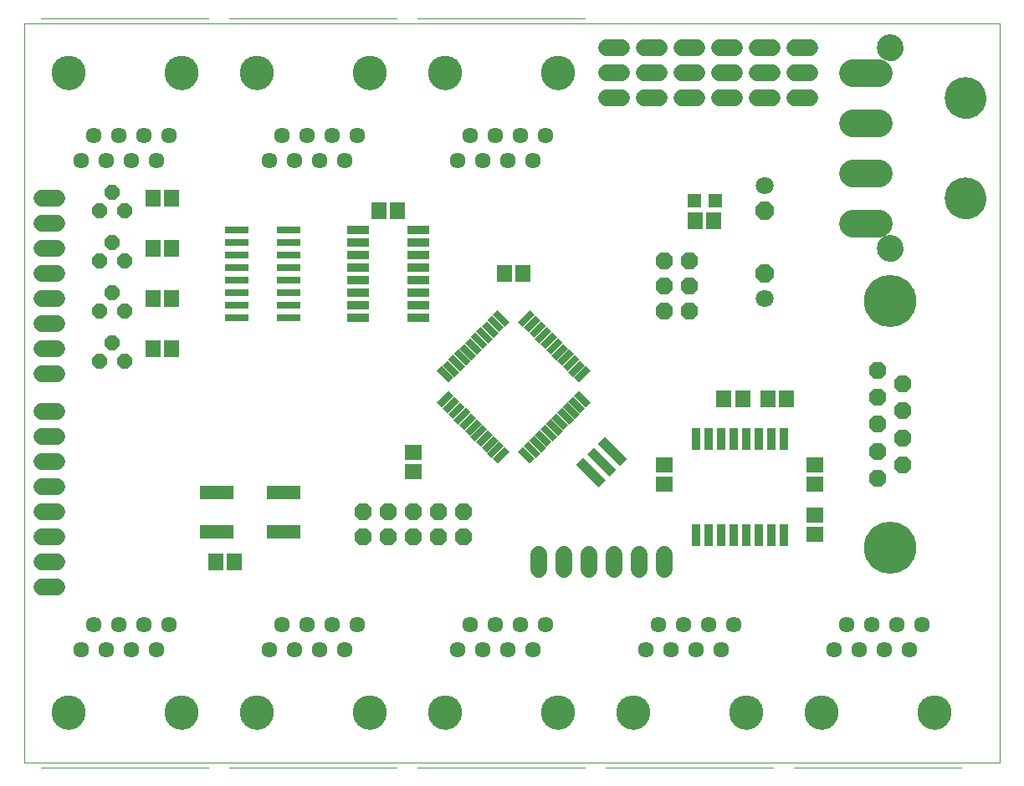
<source format=gts>
G75*
%MOIN*%
%OFA0B0*%
%FSLAX24Y24*%
%IPPOS*%
%LPD*%
%AMOC8*
5,1,8,0,0,1.08239X$1,22.5*
%
%ADD10C,0.0000*%
%ADD11R,0.1261X0.0395*%
%ADD12R,0.0340X0.0880*%
%ADD13R,0.0671X0.0592*%
%ADD14R,0.0592X0.0671*%
%ADD15OC8,0.0680*%
%ADD16C,0.1104*%
%ADD17C,0.1655*%
%ADD18C,0.1064*%
%ADD19R,0.0880X0.0340*%
%ADD20R,0.1340X0.0552*%
%ADD21C,0.0004*%
%ADD22C,0.0634*%
%ADD23C,0.1360*%
%ADD24C,0.2080*%
%ADD25C,0.0680*%
%ADD26OC8,0.0710*%
%ADD27C,0.0710*%
%ADD28R,0.0671X0.0277*%
%ADD29R,0.0277X0.0671*%
%ADD30OC8,0.0600*%
%ADD31R,0.0946X0.0316*%
%ADD32R,0.0552X0.0552*%
D10*
X000150Y001204D02*
X000150Y030700D01*
X039020Y030700D01*
X039020Y001204D01*
X000150Y001204D01*
X001260Y003204D02*
X001262Y003254D01*
X001268Y003304D01*
X001278Y003353D01*
X001291Y003402D01*
X001309Y003449D01*
X001330Y003495D01*
X001354Y003538D01*
X001382Y003580D01*
X001413Y003620D01*
X001447Y003657D01*
X001484Y003691D01*
X001524Y003722D01*
X001566Y003750D01*
X001609Y003774D01*
X001655Y003795D01*
X001702Y003813D01*
X001751Y003826D01*
X001800Y003836D01*
X001850Y003842D01*
X001900Y003844D01*
X001950Y003842D01*
X002000Y003836D01*
X002049Y003826D01*
X002098Y003813D01*
X002145Y003795D01*
X002191Y003774D01*
X002234Y003750D01*
X002276Y003722D01*
X002316Y003691D01*
X002353Y003657D01*
X002387Y003620D01*
X002418Y003580D01*
X002446Y003538D01*
X002470Y003495D01*
X002491Y003449D01*
X002509Y003402D01*
X002522Y003353D01*
X002532Y003304D01*
X002538Y003254D01*
X002540Y003204D01*
X002538Y003154D01*
X002532Y003104D01*
X002522Y003055D01*
X002509Y003006D01*
X002491Y002959D01*
X002470Y002913D01*
X002446Y002870D01*
X002418Y002828D01*
X002387Y002788D01*
X002353Y002751D01*
X002316Y002717D01*
X002276Y002686D01*
X002234Y002658D01*
X002191Y002634D01*
X002145Y002613D01*
X002098Y002595D01*
X002049Y002582D01*
X002000Y002572D01*
X001950Y002566D01*
X001900Y002564D01*
X001850Y002566D01*
X001800Y002572D01*
X001751Y002582D01*
X001702Y002595D01*
X001655Y002613D01*
X001609Y002634D01*
X001566Y002658D01*
X001524Y002686D01*
X001484Y002717D01*
X001447Y002751D01*
X001413Y002788D01*
X001382Y002828D01*
X001354Y002870D01*
X001330Y002913D01*
X001309Y002959D01*
X001291Y003006D01*
X001278Y003055D01*
X001268Y003104D01*
X001262Y003154D01*
X001260Y003204D01*
X005760Y003204D02*
X005762Y003254D01*
X005768Y003304D01*
X005778Y003353D01*
X005791Y003402D01*
X005809Y003449D01*
X005830Y003495D01*
X005854Y003538D01*
X005882Y003580D01*
X005913Y003620D01*
X005947Y003657D01*
X005984Y003691D01*
X006024Y003722D01*
X006066Y003750D01*
X006109Y003774D01*
X006155Y003795D01*
X006202Y003813D01*
X006251Y003826D01*
X006300Y003836D01*
X006350Y003842D01*
X006400Y003844D01*
X006450Y003842D01*
X006500Y003836D01*
X006549Y003826D01*
X006598Y003813D01*
X006645Y003795D01*
X006691Y003774D01*
X006734Y003750D01*
X006776Y003722D01*
X006816Y003691D01*
X006853Y003657D01*
X006887Y003620D01*
X006918Y003580D01*
X006946Y003538D01*
X006970Y003495D01*
X006991Y003449D01*
X007009Y003402D01*
X007022Y003353D01*
X007032Y003304D01*
X007038Y003254D01*
X007040Y003204D01*
X007038Y003154D01*
X007032Y003104D01*
X007022Y003055D01*
X007009Y003006D01*
X006991Y002959D01*
X006970Y002913D01*
X006946Y002870D01*
X006918Y002828D01*
X006887Y002788D01*
X006853Y002751D01*
X006816Y002717D01*
X006776Y002686D01*
X006734Y002658D01*
X006691Y002634D01*
X006645Y002613D01*
X006598Y002595D01*
X006549Y002582D01*
X006500Y002572D01*
X006450Y002566D01*
X006400Y002564D01*
X006350Y002566D01*
X006300Y002572D01*
X006251Y002582D01*
X006202Y002595D01*
X006155Y002613D01*
X006109Y002634D01*
X006066Y002658D01*
X006024Y002686D01*
X005984Y002717D01*
X005947Y002751D01*
X005913Y002788D01*
X005882Y002828D01*
X005854Y002870D01*
X005830Y002913D01*
X005809Y002959D01*
X005791Y003006D01*
X005778Y003055D01*
X005768Y003104D01*
X005762Y003154D01*
X005760Y003204D01*
X008760Y003204D02*
X008762Y003254D01*
X008768Y003304D01*
X008778Y003353D01*
X008791Y003402D01*
X008809Y003449D01*
X008830Y003495D01*
X008854Y003538D01*
X008882Y003580D01*
X008913Y003620D01*
X008947Y003657D01*
X008984Y003691D01*
X009024Y003722D01*
X009066Y003750D01*
X009109Y003774D01*
X009155Y003795D01*
X009202Y003813D01*
X009251Y003826D01*
X009300Y003836D01*
X009350Y003842D01*
X009400Y003844D01*
X009450Y003842D01*
X009500Y003836D01*
X009549Y003826D01*
X009598Y003813D01*
X009645Y003795D01*
X009691Y003774D01*
X009734Y003750D01*
X009776Y003722D01*
X009816Y003691D01*
X009853Y003657D01*
X009887Y003620D01*
X009918Y003580D01*
X009946Y003538D01*
X009970Y003495D01*
X009991Y003449D01*
X010009Y003402D01*
X010022Y003353D01*
X010032Y003304D01*
X010038Y003254D01*
X010040Y003204D01*
X010038Y003154D01*
X010032Y003104D01*
X010022Y003055D01*
X010009Y003006D01*
X009991Y002959D01*
X009970Y002913D01*
X009946Y002870D01*
X009918Y002828D01*
X009887Y002788D01*
X009853Y002751D01*
X009816Y002717D01*
X009776Y002686D01*
X009734Y002658D01*
X009691Y002634D01*
X009645Y002613D01*
X009598Y002595D01*
X009549Y002582D01*
X009500Y002572D01*
X009450Y002566D01*
X009400Y002564D01*
X009350Y002566D01*
X009300Y002572D01*
X009251Y002582D01*
X009202Y002595D01*
X009155Y002613D01*
X009109Y002634D01*
X009066Y002658D01*
X009024Y002686D01*
X008984Y002717D01*
X008947Y002751D01*
X008913Y002788D01*
X008882Y002828D01*
X008854Y002870D01*
X008830Y002913D01*
X008809Y002959D01*
X008791Y003006D01*
X008778Y003055D01*
X008768Y003104D01*
X008762Y003154D01*
X008760Y003204D01*
X013260Y003204D02*
X013262Y003254D01*
X013268Y003304D01*
X013278Y003353D01*
X013291Y003402D01*
X013309Y003449D01*
X013330Y003495D01*
X013354Y003538D01*
X013382Y003580D01*
X013413Y003620D01*
X013447Y003657D01*
X013484Y003691D01*
X013524Y003722D01*
X013566Y003750D01*
X013609Y003774D01*
X013655Y003795D01*
X013702Y003813D01*
X013751Y003826D01*
X013800Y003836D01*
X013850Y003842D01*
X013900Y003844D01*
X013950Y003842D01*
X014000Y003836D01*
X014049Y003826D01*
X014098Y003813D01*
X014145Y003795D01*
X014191Y003774D01*
X014234Y003750D01*
X014276Y003722D01*
X014316Y003691D01*
X014353Y003657D01*
X014387Y003620D01*
X014418Y003580D01*
X014446Y003538D01*
X014470Y003495D01*
X014491Y003449D01*
X014509Y003402D01*
X014522Y003353D01*
X014532Y003304D01*
X014538Y003254D01*
X014540Y003204D01*
X014538Y003154D01*
X014532Y003104D01*
X014522Y003055D01*
X014509Y003006D01*
X014491Y002959D01*
X014470Y002913D01*
X014446Y002870D01*
X014418Y002828D01*
X014387Y002788D01*
X014353Y002751D01*
X014316Y002717D01*
X014276Y002686D01*
X014234Y002658D01*
X014191Y002634D01*
X014145Y002613D01*
X014098Y002595D01*
X014049Y002582D01*
X014000Y002572D01*
X013950Y002566D01*
X013900Y002564D01*
X013850Y002566D01*
X013800Y002572D01*
X013751Y002582D01*
X013702Y002595D01*
X013655Y002613D01*
X013609Y002634D01*
X013566Y002658D01*
X013524Y002686D01*
X013484Y002717D01*
X013447Y002751D01*
X013413Y002788D01*
X013382Y002828D01*
X013354Y002870D01*
X013330Y002913D01*
X013309Y002959D01*
X013291Y003006D01*
X013278Y003055D01*
X013268Y003104D01*
X013262Y003154D01*
X013260Y003204D01*
X016260Y003204D02*
X016262Y003254D01*
X016268Y003304D01*
X016278Y003353D01*
X016291Y003402D01*
X016309Y003449D01*
X016330Y003495D01*
X016354Y003538D01*
X016382Y003580D01*
X016413Y003620D01*
X016447Y003657D01*
X016484Y003691D01*
X016524Y003722D01*
X016566Y003750D01*
X016609Y003774D01*
X016655Y003795D01*
X016702Y003813D01*
X016751Y003826D01*
X016800Y003836D01*
X016850Y003842D01*
X016900Y003844D01*
X016950Y003842D01*
X017000Y003836D01*
X017049Y003826D01*
X017098Y003813D01*
X017145Y003795D01*
X017191Y003774D01*
X017234Y003750D01*
X017276Y003722D01*
X017316Y003691D01*
X017353Y003657D01*
X017387Y003620D01*
X017418Y003580D01*
X017446Y003538D01*
X017470Y003495D01*
X017491Y003449D01*
X017509Y003402D01*
X017522Y003353D01*
X017532Y003304D01*
X017538Y003254D01*
X017540Y003204D01*
X017538Y003154D01*
X017532Y003104D01*
X017522Y003055D01*
X017509Y003006D01*
X017491Y002959D01*
X017470Y002913D01*
X017446Y002870D01*
X017418Y002828D01*
X017387Y002788D01*
X017353Y002751D01*
X017316Y002717D01*
X017276Y002686D01*
X017234Y002658D01*
X017191Y002634D01*
X017145Y002613D01*
X017098Y002595D01*
X017049Y002582D01*
X017000Y002572D01*
X016950Y002566D01*
X016900Y002564D01*
X016850Y002566D01*
X016800Y002572D01*
X016751Y002582D01*
X016702Y002595D01*
X016655Y002613D01*
X016609Y002634D01*
X016566Y002658D01*
X016524Y002686D01*
X016484Y002717D01*
X016447Y002751D01*
X016413Y002788D01*
X016382Y002828D01*
X016354Y002870D01*
X016330Y002913D01*
X016309Y002959D01*
X016291Y003006D01*
X016278Y003055D01*
X016268Y003104D01*
X016262Y003154D01*
X016260Y003204D01*
X020760Y003204D02*
X020762Y003254D01*
X020768Y003304D01*
X020778Y003353D01*
X020791Y003402D01*
X020809Y003449D01*
X020830Y003495D01*
X020854Y003538D01*
X020882Y003580D01*
X020913Y003620D01*
X020947Y003657D01*
X020984Y003691D01*
X021024Y003722D01*
X021066Y003750D01*
X021109Y003774D01*
X021155Y003795D01*
X021202Y003813D01*
X021251Y003826D01*
X021300Y003836D01*
X021350Y003842D01*
X021400Y003844D01*
X021450Y003842D01*
X021500Y003836D01*
X021549Y003826D01*
X021598Y003813D01*
X021645Y003795D01*
X021691Y003774D01*
X021734Y003750D01*
X021776Y003722D01*
X021816Y003691D01*
X021853Y003657D01*
X021887Y003620D01*
X021918Y003580D01*
X021946Y003538D01*
X021970Y003495D01*
X021991Y003449D01*
X022009Y003402D01*
X022022Y003353D01*
X022032Y003304D01*
X022038Y003254D01*
X022040Y003204D01*
X022038Y003154D01*
X022032Y003104D01*
X022022Y003055D01*
X022009Y003006D01*
X021991Y002959D01*
X021970Y002913D01*
X021946Y002870D01*
X021918Y002828D01*
X021887Y002788D01*
X021853Y002751D01*
X021816Y002717D01*
X021776Y002686D01*
X021734Y002658D01*
X021691Y002634D01*
X021645Y002613D01*
X021598Y002595D01*
X021549Y002582D01*
X021500Y002572D01*
X021450Y002566D01*
X021400Y002564D01*
X021350Y002566D01*
X021300Y002572D01*
X021251Y002582D01*
X021202Y002595D01*
X021155Y002613D01*
X021109Y002634D01*
X021066Y002658D01*
X021024Y002686D01*
X020984Y002717D01*
X020947Y002751D01*
X020913Y002788D01*
X020882Y002828D01*
X020854Y002870D01*
X020830Y002913D01*
X020809Y002959D01*
X020791Y003006D01*
X020778Y003055D01*
X020768Y003104D01*
X020762Y003154D01*
X020760Y003204D01*
X023760Y003204D02*
X023762Y003254D01*
X023768Y003304D01*
X023778Y003353D01*
X023791Y003402D01*
X023809Y003449D01*
X023830Y003495D01*
X023854Y003538D01*
X023882Y003580D01*
X023913Y003620D01*
X023947Y003657D01*
X023984Y003691D01*
X024024Y003722D01*
X024066Y003750D01*
X024109Y003774D01*
X024155Y003795D01*
X024202Y003813D01*
X024251Y003826D01*
X024300Y003836D01*
X024350Y003842D01*
X024400Y003844D01*
X024450Y003842D01*
X024500Y003836D01*
X024549Y003826D01*
X024598Y003813D01*
X024645Y003795D01*
X024691Y003774D01*
X024734Y003750D01*
X024776Y003722D01*
X024816Y003691D01*
X024853Y003657D01*
X024887Y003620D01*
X024918Y003580D01*
X024946Y003538D01*
X024970Y003495D01*
X024991Y003449D01*
X025009Y003402D01*
X025022Y003353D01*
X025032Y003304D01*
X025038Y003254D01*
X025040Y003204D01*
X025038Y003154D01*
X025032Y003104D01*
X025022Y003055D01*
X025009Y003006D01*
X024991Y002959D01*
X024970Y002913D01*
X024946Y002870D01*
X024918Y002828D01*
X024887Y002788D01*
X024853Y002751D01*
X024816Y002717D01*
X024776Y002686D01*
X024734Y002658D01*
X024691Y002634D01*
X024645Y002613D01*
X024598Y002595D01*
X024549Y002582D01*
X024500Y002572D01*
X024450Y002566D01*
X024400Y002564D01*
X024350Y002566D01*
X024300Y002572D01*
X024251Y002582D01*
X024202Y002595D01*
X024155Y002613D01*
X024109Y002634D01*
X024066Y002658D01*
X024024Y002686D01*
X023984Y002717D01*
X023947Y002751D01*
X023913Y002788D01*
X023882Y002828D01*
X023854Y002870D01*
X023830Y002913D01*
X023809Y002959D01*
X023791Y003006D01*
X023778Y003055D01*
X023768Y003104D01*
X023762Y003154D01*
X023760Y003204D01*
X028260Y003204D02*
X028262Y003254D01*
X028268Y003304D01*
X028278Y003353D01*
X028291Y003402D01*
X028309Y003449D01*
X028330Y003495D01*
X028354Y003538D01*
X028382Y003580D01*
X028413Y003620D01*
X028447Y003657D01*
X028484Y003691D01*
X028524Y003722D01*
X028566Y003750D01*
X028609Y003774D01*
X028655Y003795D01*
X028702Y003813D01*
X028751Y003826D01*
X028800Y003836D01*
X028850Y003842D01*
X028900Y003844D01*
X028950Y003842D01*
X029000Y003836D01*
X029049Y003826D01*
X029098Y003813D01*
X029145Y003795D01*
X029191Y003774D01*
X029234Y003750D01*
X029276Y003722D01*
X029316Y003691D01*
X029353Y003657D01*
X029387Y003620D01*
X029418Y003580D01*
X029446Y003538D01*
X029470Y003495D01*
X029491Y003449D01*
X029509Y003402D01*
X029522Y003353D01*
X029532Y003304D01*
X029538Y003254D01*
X029540Y003204D01*
X029538Y003154D01*
X029532Y003104D01*
X029522Y003055D01*
X029509Y003006D01*
X029491Y002959D01*
X029470Y002913D01*
X029446Y002870D01*
X029418Y002828D01*
X029387Y002788D01*
X029353Y002751D01*
X029316Y002717D01*
X029276Y002686D01*
X029234Y002658D01*
X029191Y002634D01*
X029145Y002613D01*
X029098Y002595D01*
X029049Y002582D01*
X029000Y002572D01*
X028950Y002566D01*
X028900Y002564D01*
X028850Y002566D01*
X028800Y002572D01*
X028751Y002582D01*
X028702Y002595D01*
X028655Y002613D01*
X028609Y002634D01*
X028566Y002658D01*
X028524Y002686D01*
X028484Y002717D01*
X028447Y002751D01*
X028413Y002788D01*
X028382Y002828D01*
X028354Y002870D01*
X028330Y002913D01*
X028309Y002959D01*
X028291Y003006D01*
X028278Y003055D01*
X028268Y003104D01*
X028262Y003154D01*
X028260Y003204D01*
X031260Y003204D02*
X031262Y003254D01*
X031268Y003304D01*
X031278Y003353D01*
X031291Y003402D01*
X031309Y003449D01*
X031330Y003495D01*
X031354Y003538D01*
X031382Y003580D01*
X031413Y003620D01*
X031447Y003657D01*
X031484Y003691D01*
X031524Y003722D01*
X031566Y003750D01*
X031609Y003774D01*
X031655Y003795D01*
X031702Y003813D01*
X031751Y003826D01*
X031800Y003836D01*
X031850Y003842D01*
X031900Y003844D01*
X031950Y003842D01*
X032000Y003836D01*
X032049Y003826D01*
X032098Y003813D01*
X032145Y003795D01*
X032191Y003774D01*
X032234Y003750D01*
X032276Y003722D01*
X032316Y003691D01*
X032353Y003657D01*
X032387Y003620D01*
X032418Y003580D01*
X032446Y003538D01*
X032470Y003495D01*
X032491Y003449D01*
X032509Y003402D01*
X032522Y003353D01*
X032532Y003304D01*
X032538Y003254D01*
X032540Y003204D01*
X032538Y003154D01*
X032532Y003104D01*
X032522Y003055D01*
X032509Y003006D01*
X032491Y002959D01*
X032470Y002913D01*
X032446Y002870D01*
X032418Y002828D01*
X032387Y002788D01*
X032353Y002751D01*
X032316Y002717D01*
X032276Y002686D01*
X032234Y002658D01*
X032191Y002634D01*
X032145Y002613D01*
X032098Y002595D01*
X032049Y002582D01*
X032000Y002572D01*
X031950Y002566D01*
X031900Y002564D01*
X031850Y002566D01*
X031800Y002572D01*
X031751Y002582D01*
X031702Y002595D01*
X031655Y002613D01*
X031609Y002634D01*
X031566Y002658D01*
X031524Y002686D01*
X031484Y002717D01*
X031447Y002751D01*
X031413Y002788D01*
X031382Y002828D01*
X031354Y002870D01*
X031330Y002913D01*
X031309Y002959D01*
X031291Y003006D01*
X031278Y003055D01*
X031268Y003104D01*
X031262Y003154D01*
X031260Y003204D01*
X035760Y003204D02*
X035762Y003254D01*
X035768Y003304D01*
X035778Y003353D01*
X035791Y003402D01*
X035809Y003449D01*
X035830Y003495D01*
X035854Y003538D01*
X035882Y003580D01*
X035913Y003620D01*
X035947Y003657D01*
X035984Y003691D01*
X036024Y003722D01*
X036066Y003750D01*
X036109Y003774D01*
X036155Y003795D01*
X036202Y003813D01*
X036251Y003826D01*
X036300Y003836D01*
X036350Y003842D01*
X036400Y003844D01*
X036450Y003842D01*
X036500Y003836D01*
X036549Y003826D01*
X036598Y003813D01*
X036645Y003795D01*
X036691Y003774D01*
X036734Y003750D01*
X036776Y003722D01*
X036816Y003691D01*
X036853Y003657D01*
X036887Y003620D01*
X036918Y003580D01*
X036946Y003538D01*
X036970Y003495D01*
X036991Y003449D01*
X037009Y003402D01*
X037022Y003353D01*
X037032Y003304D01*
X037038Y003254D01*
X037040Y003204D01*
X037038Y003154D01*
X037032Y003104D01*
X037022Y003055D01*
X037009Y003006D01*
X036991Y002959D01*
X036970Y002913D01*
X036946Y002870D01*
X036918Y002828D01*
X036887Y002788D01*
X036853Y002751D01*
X036816Y002717D01*
X036776Y002686D01*
X036734Y002658D01*
X036691Y002634D01*
X036645Y002613D01*
X036598Y002595D01*
X036549Y002582D01*
X036500Y002572D01*
X036450Y002566D01*
X036400Y002564D01*
X036350Y002566D01*
X036300Y002572D01*
X036251Y002582D01*
X036202Y002595D01*
X036155Y002613D01*
X036109Y002634D01*
X036066Y002658D01*
X036024Y002686D01*
X035984Y002717D01*
X035947Y002751D01*
X035913Y002788D01*
X035882Y002828D01*
X035854Y002870D01*
X035830Y002913D01*
X035809Y002959D01*
X035791Y003006D01*
X035778Y003055D01*
X035768Y003104D01*
X035762Y003154D01*
X035760Y003204D01*
X034158Y021704D02*
X034160Y021748D01*
X034166Y021792D01*
X034176Y021835D01*
X034189Y021877D01*
X034207Y021917D01*
X034228Y021956D01*
X034252Y021993D01*
X034279Y022028D01*
X034310Y022060D01*
X034343Y022089D01*
X034379Y022115D01*
X034417Y022137D01*
X034457Y022156D01*
X034498Y022172D01*
X034541Y022184D01*
X034584Y022192D01*
X034628Y022196D01*
X034672Y022196D01*
X034716Y022192D01*
X034759Y022184D01*
X034802Y022172D01*
X034843Y022156D01*
X034883Y022137D01*
X034921Y022115D01*
X034957Y022089D01*
X034990Y022060D01*
X035021Y022028D01*
X035048Y021993D01*
X035072Y021956D01*
X035093Y021917D01*
X035111Y021877D01*
X035124Y021835D01*
X035134Y021792D01*
X035140Y021748D01*
X035142Y021704D01*
X035140Y021660D01*
X035134Y021616D01*
X035124Y021573D01*
X035111Y021531D01*
X035093Y021491D01*
X035072Y021452D01*
X035048Y021415D01*
X035021Y021380D01*
X034990Y021348D01*
X034957Y021319D01*
X034921Y021293D01*
X034883Y021271D01*
X034843Y021252D01*
X034802Y021236D01*
X034759Y021224D01*
X034716Y021216D01*
X034672Y021212D01*
X034628Y021212D01*
X034584Y021216D01*
X034541Y021224D01*
X034498Y021236D01*
X034457Y021252D01*
X034417Y021271D01*
X034379Y021293D01*
X034343Y021319D01*
X034310Y021348D01*
X034279Y021380D01*
X034252Y021415D01*
X034228Y021452D01*
X034207Y021491D01*
X034189Y021531D01*
X034176Y021573D01*
X034166Y021616D01*
X034160Y021660D01*
X034158Y021704D01*
X036863Y023704D02*
X036865Y023760D01*
X036871Y023815D01*
X036881Y023869D01*
X036894Y023923D01*
X036912Y023976D01*
X036933Y024027D01*
X036957Y024077D01*
X036985Y024125D01*
X037017Y024171D01*
X037051Y024215D01*
X037089Y024256D01*
X037129Y024294D01*
X037172Y024329D01*
X037217Y024361D01*
X037265Y024390D01*
X037314Y024416D01*
X037365Y024438D01*
X037417Y024456D01*
X037471Y024470D01*
X037526Y024481D01*
X037581Y024488D01*
X037636Y024491D01*
X037692Y024490D01*
X037747Y024485D01*
X037802Y024476D01*
X037856Y024464D01*
X037909Y024447D01*
X037961Y024427D01*
X038011Y024403D01*
X038059Y024376D01*
X038106Y024346D01*
X038150Y024312D01*
X038192Y024275D01*
X038230Y024235D01*
X038267Y024193D01*
X038300Y024148D01*
X038329Y024102D01*
X038356Y024053D01*
X038378Y024002D01*
X038398Y023950D01*
X038413Y023896D01*
X038425Y023842D01*
X038433Y023787D01*
X038437Y023732D01*
X038437Y023676D01*
X038433Y023621D01*
X038425Y023566D01*
X038413Y023512D01*
X038398Y023458D01*
X038378Y023406D01*
X038356Y023355D01*
X038329Y023306D01*
X038300Y023260D01*
X038267Y023215D01*
X038230Y023173D01*
X038192Y023133D01*
X038150Y023096D01*
X038106Y023062D01*
X038059Y023032D01*
X038011Y023005D01*
X037961Y022981D01*
X037909Y022961D01*
X037856Y022944D01*
X037802Y022932D01*
X037747Y022923D01*
X037692Y022918D01*
X037636Y022917D01*
X037581Y022920D01*
X037526Y022927D01*
X037471Y022938D01*
X037417Y022952D01*
X037365Y022970D01*
X037314Y022992D01*
X037265Y023018D01*
X037217Y023047D01*
X037172Y023079D01*
X037129Y023114D01*
X037089Y023152D01*
X037051Y023193D01*
X037017Y023237D01*
X036985Y023283D01*
X036957Y023331D01*
X036933Y023381D01*
X036912Y023432D01*
X036894Y023485D01*
X036881Y023539D01*
X036871Y023593D01*
X036865Y023648D01*
X036863Y023704D01*
X036863Y027704D02*
X036865Y027760D01*
X036871Y027815D01*
X036881Y027869D01*
X036894Y027923D01*
X036912Y027976D01*
X036933Y028027D01*
X036957Y028077D01*
X036985Y028125D01*
X037017Y028171D01*
X037051Y028215D01*
X037089Y028256D01*
X037129Y028294D01*
X037172Y028329D01*
X037217Y028361D01*
X037265Y028390D01*
X037314Y028416D01*
X037365Y028438D01*
X037417Y028456D01*
X037471Y028470D01*
X037526Y028481D01*
X037581Y028488D01*
X037636Y028491D01*
X037692Y028490D01*
X037747Y028485D01*
X037802Y028476D01*
X037856Y028464D01*
X037909Y028447D01*
X037961Y028427D01*
X038011Y028403D01*
X038059Y028376D01*
X038106Y028346D01*
X038150Y028312D01*
X038192Y028275D01*
X038230Y028235D01*
X038267Y028193D01*
X038300Y028148D01*
X038329Y028102D01*
X038356Y028053D01*
X038378Y028002D01*
X038398Y027950D01*
X038413Y027896D01*
X038425Y027842D01*
X038433Y027787D01*
X038437Y027732D01*
X038437Y027676D01*
X038433Y027621D01*
X038425Y027566D01*
X038413Y027512D01*
X038398Y027458D01*
X038378Y027406D01*
X038356Y027355D01*
X038329Y027306D01*
X038300Y027260D01*
X038267Y027215D01*
X038230Y027173D01*
X038192Y027133D01*
X038150Y027096D01*
X038106Y027062D01*
X038059Y027032D01*
X038011Y027005D01*
X037961Y026981D01*
X037909Y026961D01*
X037856Y026944D01*
X037802Y026932D01*
X037747Y026923D01*
X037692Y026918D01*
X037636Y026917D01*
X037581Y026920D01*
X037526Y026927D01*
X037471Y026938D01*
X037417Y026952D01*
X037365Y026970D01*
X037314Y026992D01*
X037265Y027018D01*
X037217Y027047D01*
X037172Y027079D01*
X037129Y027114D01*
X037089Y027152D01*
X037051Y027193D01*
X037017Y027237D01*
X036985Y027283D01*
X036957Y027331D01*
X036933Y027381D01*
X036912Y027432D01*
X036894Y027485D01*
X036881Y027539D01*
X036871Y027593D01*
X036865Y027648D01*
X036863Y027704D01*
X034158Y029704D02*
X034160Y029748D01*
X034166Y029792D01*
X034176Y029835D01*
X034189Y029877D01*
X034207Y029917D01*
X034228Y029956D01*
X034252Y029993D01*
X034279Y030028D01*
X034310Y030060D01*
X034343Y030089D01*
X034379Y030115D01*
X034417Y030137D01*
X034457Y030156D01*
X034498Y030172D01*
X034541Y030184D01*
X034584Y030192D01*
X034628Y030196D01*
X034672Y030196D01*
X034716Y030192D01*
X034759Y030184D01*
X034802Y030172D01*
X034843Y030156D01*
X034883Y030137D01*
X034921Y030115D01*
X034957Y030089D01*
X034990Y030060D01*
X035021Y030028D01*
X035048Y029993D01*
X035072Y029956D01*
X035093Y029917D01*
X035111Y029877D01*
X035124Y029835D01*
X035134Y029792D01*
X035140Y029748D01*
X035142Y029704D01*
X035140Y029660D01*
X035134Y029616D01*
X035124Y029573D01*
X035111Y029531D01*
X035093Y029491D01*
X035072Y029452D01*
X035048Y029415D01*
X035021Y029380D01*
X034990Y029348D01*
X034957Y029319D01*
X034921Y029293D01*
X034883Y029271D01*
X034843Y029252D01*
X034802Y029236D01*
X034759Y029224D01*
X034716Y029216D01*
X034672Y029212D01*
X034628Y029212D01*
X034584Y029216D01*
X034541Y029224D01*
X034498Y029236D01*
X034457Y029252D01*
X034417Y029271D01*
X034379Y029293D01*
X034343Y029319D01*
X034310Y029348D01*
X034279Y029380D01*
X034252Y029415D01*
X034228Y029452D01*
X034207Y029491D01*
X034189Y029531D01*
X034176Y029573D01*
X034166Y029616D01*
X034160Y029660D01*
X034158Y029704D01*
X020760Y028704D02*
X020762Y028754D01*
X020768Y028804D01*
X020778Y028853D01*
X020791Y028902D01*
X020809Y028949D01*
X020830Y028995D01*
X020854Y029038D01*
X020882Y029080D01*
X020913Y029120D01*
X020947Y029157D01*
X020984Y029191D01*
X021024Y029222D01*
X021066Y029250D01*
X021109Y029274D01*
X021155Y029295D01*
X021202Y029313D01*
X021251Y029326D01*
X021300Y029336D01*
X021350Y029342D01*
X021400Y029344D01*
X021450Y029342D01*
X021500Y029336D01*
X021549Y029326D01*
X021598Y029313D01*
X021645Y029295D01*
X021691Y029274D01*
X021734Y029250D01*
X021776Y029222D01*
X021816Y029191D01*
X021853Y029157D01*
X021887Y029120D01*
X021918Y029080D01*
X021946Y029038D01*
X021970Y028995D01*
X021991Y028949D01*
X022009Y028902D01*
X022022Y028853D01*
X022032Y028804D01*
X022038Y028754D01*
X022040Y028704D01*
X022038Y028654D01*
X022032Y028604D01*
X022022Y028555D01*
X022009Y028506D01*
X021991Y028459D01*
X021970Y028413D01*
X021946Y028370D01*
X021918Y028328D01*
X021887Y028288D01*
X021853Y028251D01*
X021816Y028217D01*
X021776Y028186D01*
X021734Y028158D01*
X021691Y028134D01*
X021645Y028113D01*
X021598Y028095D01*
X021549Y028082D01*
X021500Y028072D01*
X021450Y028066D01*
X021400Y028064D01*
X021350Y028066D01*
X021300Y028072D01*
X021251Y028082D01*
X021202Y028095D01*
X021155Y028113D01*
X021109Y028134D01*
X021066Y028158D01*
X021024Y028186D01*
X020984Y028217D01*
X020947Y028251D01*
X020913Y028288D01*
X020882Y028328D01*
X020854Y028370D01*
X020830Y028413D01*
X020809Y028459D01*
X020791Y028506D01*
X020778Y028555D01*
X020768Y028604D01*
X020762Y028654D01*
X020760Y028704D01*
X016260Y028704D02*
X016262Y028754D01*
X016268Y028804D01*
X016278Y028853D01*
X016291Y028902D01*
X016309Y028949D01*
X016330Y028995D01*
X016354Y029038D01*
X016382Y029080D01*
X016413Y029120D01*
X016447Y029157D01*
X016484Y029191D01*
X016524Y029222D01*
X016566Y029250D01*
X016609Y029274D01*
X016655Y029295D01*
X016702Y029313D01*
X016751Y029326D01*
X016800Y029336D01*
X016850Y029342D01*
X016900Y029344D01*
X016950Y029342D01*
X017000Y029336D01*
X017049Y029326D01*
X017098Y029313D01*
X017145Y029295D01*
X017191Y029274D01*
X017234Y029250D01*
X017276Y029222D01*
X017316Y029191D01*
X017353Y029157D01*
X017387Y029120D01*
X017418Y029080D01*
X017446Y029038D01*
X017470Y028995D01*
X017491Y028949D01*
X017509Y028902D01*
X017522Y028853D01*
X017532Y028804D01*
X017538Y028754D01*
X017540Y028704D01*
X017538Y028654D01*
X017532Y028604D01*
X017522Y028555D01*
X017509Y028506D01*
X017491Y028459D01*
X017470Y028413D01*
X017446Y028370D01*
X017418Y028328D01*
X017387Y028288D01*
X017353Y028251D01*
X017316Y028217D01*
X017276Y028186D01*
X017234Y028158D01*
X017191Y028134D01*
X017145Y028113D01*
X017098Y028095D01*
X017049Y028082D01*
X017000Y028072D01*
X016950Y028066D01*
X016900Y028064D01*
X016850Y028066D01*
X016800Y028072D01*
X016751Y028082D01*
X016702Y028095D01*
X016655Y028113D01*
X016609Y028134D01*
X016566Y028158D01*
X016524Y028186D01*
X016484Y028217D01*
X016447Y028251D01*
X016413Y028288D01*
X016382Y028328D01*
X016354Y028370D01*
X016330Y028413D01*
X016309Y028459D01*
X016291Y028506D01*
X016278Y028555D01*
X016268Y028604D01*
X016262Y028654D01*
X016260Y028704D01*
X013260Y028704D02*
X013262Y028754D01*
X013268Y028804D01*
X013278Y028853D01*
X013291Y028902D01*
X013309Y028949D01*
X013330Y028995D01*
X013354Y029038D01*
X013382Y029080D01*
X013413Y029120D01*
X013447Y029157D01*
X013484Y029191D01*
X013524Y029222D01*
X013566Y029250D01*
X013609Y029274D01*
X013655Y029295D01*
X013702Y029313D01*
X013751Y029326D01*
X013800Y029336D01*
X013850Y029342D01*
X013900Y029344D01*
X013950Y029342D01*
X014000Y029336D01*
X014049Y029326D01*
X014098Y029313D01*
X014145Y029295D01*
X014191Y029274D01*
X014234Y029250D01*
X014276Y029222D01*
X014316Y029191D01*
X014353Y029157D01*
X014387Y029120D01*
X014418Y029080D01*
X014446Y029038D01*
X014470Y028995D01*
X014491Y028949D01*
X014509Y028902D01*
X014522Y028853D01*
X014532Y028804D01*
X014538Y028754D01*
X014540Y028704D01*
X014538Y028654D01*
X014532Y028604D01*
X014522Y028555D01*
X014509Y028506D01*
X014491Y028459D01*
X014470Y028413D01*
X014446Y028370D01*
X014418Y028328D01*
X014387Y028288D01*
X014353Y028251D01*
X014316Y028217D01*
X014276Y028186D01*
X014234Y028158D01*
X014191Y028134D01*
X014145Y028113D01*
X014098Y028095D01*
X014049Y028082D01*
X014000Y028072D01*
X013950Y028066D01*
X013900Y028064D01*
X013850Y028066D01*
X013800Y028072D01*
X013751Y028082D01*
X013702Y028095D01*
X013655Y028113D01*
X013609Y028134D01*
X013566Y028158D01*
X013524Y028186D01*
X013484Y028217D01*
X013447Y028251D01*
X013413Y028288D01*
X013382Y028328D01*
X013354Y028370D01*
X013330Y028413D01*
X013309Y028459D01*
X013291Y028506D01*
X013278Y028555D01*
X013268Y028604D01*
X013262Y028654D01*
X013260Y028704D01*
X008760Y028704D02*
X008762Y028754D01*
X008768Y028804D01*
X008778Y028853D01*
X008791Y028902D01*
X008809Y028949D01*
X008830Y028995D01*
X008854Y029038D01*
X008882Y029080D01*
X008913Y029120D01*
X008947Y029157D01*
X008984Y029191D01*
X009024Y029222D01*
X009066Y029250D01*
X009109Y029274D01*
X009155Y029295D01*
X009202Y029313D01*
X009251Y029326D01*
X009300Y029336D01*
X009350Y029342D01*
X009400Y029344D01*
X009450Y029342D01*
X009500Y029336D01*
X009549Y029326D01*
X009598Y029313D01*
X009645Y029295D01*
X009691Y029274D01*
X009734Y029250D01*
X009776Y029222D01*
X009816Y029191D01*
X009853Y029157D01*
X009887Y029120D01*
X009918Y029080D01*
X009946Y029038D01*
X009970Y028995D01*
X009991Y028949D01*
X010009Y028902D01*
X010022Y028853D01*
X010032Y028804D01*
X010038Y028754D01*
X010040Y028704D01*
X010038Y028654D01*
X010032Y028604D01*
X010022Y028555D01*
X010009Y028506D01*
X009991Y028459D01*
X009970Y028413D01*
X009946Y028370D01*
X009918Y028328D01*
X009887Y028288D01*
X009853Y028251D01*
X009816Y028217D01*
X009776Y028186D01*
X009734Y028158D01*
X009691Y028134D01*
X009645Y028113D01*
X009598Y028095D01*
X009549Y028082D01*
X009500Y028072D01*
X009450Y028066D01*
X009400Y028064D01*
X009350Y028066D01*
X009300Y028072D01*
X009251Y028082D01*
X009202Y028095D01*
X009155Y028113D01*
X009109Y028134D01*
X009066Y028158D01*
X009024Y028186D01*
X008984Y028217D01*
X008947Y028251D01*
X008913Y028288D01*
X008882Y028328D01*
X008854Y028370D01*
X008830Y028413D01*
X008809Y028459D01*
X008791Y028506D01*
X008778Y028555D01*
X008768Y028604D01*
X008762Y028654D01*
X008760Y028704D01*
X005760Y028704D02*
X005762Y028754D01*
X005768Y028804D01*
X005778Y028853D01*
X005791Y028902D01*
X005809Y028949D01*
X005830Y028995D01*
X005854Y029038D01*
X005882Y029080D01*
X005913Y029120D01*
X005947Y029157D01*
X005984Y029191D01*
X006024Y029222D01*
X006066Y029250D01*
X006109Y029274D01*
X006155Y029295D01*
X006202Y029313D01*
X006251Y029326D01*
X006300Y029336D01*
X006350Y029342D01*
X006400Y029344D01*
X006450Y029342D01*
X006500Y029336D01*
X006549Y029326D01*
X006598Y029313D01*
X006645Y029295D01*
X006691Y029274D01*
X006734Y029250D01*
X006776Y029222D01*
X006816Y029191D01*
X006853Y029157D01*
X006887Y029120D01*
X006918Y029080D01*
X006946Y029038D01*
X006970Y028995D01*
X006991Y028949D01*
X007009Y028902D01*
X007022Y028853D01*
X007032Y028804D01*
X007038Y028754D01*
X007040Y028704D01*
X007038Y028654D01*
X007032Y028604D01*
X007022Y028555D01*
X007009Y028506D01*
X006991Y028459D01*
X006970Y028413D01*
X006946Y028370D01*
X006918Y028328D01*
X006887Y028288D01*
X006853Y028251D01*
X006816Y028217D01*
X006776Y028186D01*
X006734Y028158D01*
X006691Y028134D01*
X006645Y028113D01*
X006598Y028095D01*
X006549Y028082D01*
X006500Y028072D01*
X006450Y028066D01*
X006400Y028064D01*
X006350Y028066D01*
X006300Y028072D01*
X006251Y028082D01*
X006202Y028095D01*
X006155Y028113D01*
X006109Y028134D01*
X006066Y028158D01*
X006024Y028186D01*
X005984Y028217D01*
X005947Y028251D01*
X005913Y028288D01*
X005882Y028328D01*
X005854Y028370D01*
X005830Y028413D01*
X005809Y028459D01*
X005791Y028506D01*
X005778Y028555D01*
X005768Y028604D01*
X005762Y028654D01*
X005760Y028704D01*
X001260Y028704D02*
X001262Y028754D01*
X001268Y028804D01*
X001278Y028853D01*
X001291Y028902D01*
X001309Y028949D01*
X001330Y028995D01*
X001354Y029038D01*
X001382Y029080D01*
X001413Y029120D01*
X001447Y029157D01*
X001484Y029191D01*
X001524Y029222D01*
X001566Y029250D01*
X001609Y029274D01*
X001655Y029295D01*
X001702Y029313D01*
X001751Y029326D01*
X001800Y029336D01*
X001850Y029342D01*
X001900Y029344D01*
X001950Y029342D01*
X002000Y029336D01*
X002049Y029326D01*
X002098Y029313D01*
X002145Y029295D01*
X002191Y029274D01*
X002234Y029250D01*
X002276Y029222D01*
X002316Y029191D01*
X002353Y029157D01*
X002387Y029120D01*
X002418Y029080D01*
X002446Y029038D01*
X002470Y028995D01*
X002491Y028949D01*
X002509Y028902D01*
X002522Y028853D01*
X002532Y028804D01*
X002538Y028754D01*
X002540Y028704D01*
X002538Y028654D01*
X002532Y028604D01*
X002522Y028555D01*
X002509Y028506D01*
X002491Y028459D01*
X002470Y028413D01*
X002446Y028370D01*
X002418Y028328D01*
X002387Y028288D01*
X002353Y028251D01*
X002316Y028217D01*
X002276Y028186D01*
X002234Y028158D01*
X002191Y028134D01*
X002145Y028113D01*
X002098Y028095D01*
X002049Y028082D01*
X002000Y028072D01*
X001950Y028066D01*
X001900Y028064D01*
X001850Y028066D01*
X001800Y028072D01*
X001751Y028082D01*
X001702Y028095D01*
X001655Y028113D01*
X001609Y028134D01*
X001566Y028158D01*
X001524Y028186D01*
X001484Y028217D01*
X001447Y028251D01*
X001413Y028288D01*
X001382Y028328D01*
X001354Y028370D01*
X001330Y028413D01*
X001309Y028459D01*
X001291Y028506D01*
X001278Y028555D01*
X001268Y028604D01*
X001262Y028654D01*
X001260Y028704D01*
D11*
G36*
X022426Y013370D02*
X023316Y012480D01*
X023038Y012202D01*
X022148Y013092D01*
X022426Y013370D01*
G37*
G36*
X022844Y013788D02*
X023734Y012898D01*
X023456Y012620D01*
X022566Y013510D01*
X022844Y013788D01*
G37*
G36*
X023262Y014205D02*
X024152Y013315D01*
X023874Y013037D01*
X022984Y013927D01*
X023262Y014205D01*
G37*
D12*
X026900Y014134D03*
X027400Y014134D03*
X027900Y014134D03*
X028400Y014134D03*
X028900Y014134D03*
X029400Y014134D03*
X029900Y014134D03*
X030400Y014134D03*
X030400Y010274D03*
X029900Y010274D03*
X029400Y010274D03*
X028900Y010274D03*
X028400Y010274D03*
X027900Y010274D03*
X027400Y010274D03*
X026900Y010274D03*
D13*
X025650Y012330D03*
X025650Y013078D03*
X031650Y013078D03*
X031650Y012330D03*
X031650Y011078D03*
X031650Y010330D03*
X015650Y012830D03*
X015650Y013578D03*
D14*
X008524Y009204D03*
X007776Y009204D03*
X006024Y017704D03*
X005276Y017704D03*
X005276Y019704D03*
X006024Y019704D03*
X006024Y021704D03*
X005276Y021704D03*
X005276Y023704D03*
X006024Y023704D03*
X014276Y023204D03*
X015024Y023204D03*
X019276Y020704D03*
X020024Y020704D03*
X026876Y022804D03*
X027624Y022804D03*
X028026Y015704D03*
X028774Y015704D03*
X029776Y015704D03*
X030524Y015704D03*
D15*
X034150Y015784D03*
X034150Y016864D03*
X035150Y016324D03*
X035150Y015244D03*
X035150Y014164D03*
X035150Y013084D03*
X034150Y013624D03*
X034150Y012544D03*
X034150Y014704D03*
X026650Y019204D03*
X025650Y019204D03*
X025650Y020204D03*
X026650Y020204D03*
X026650Y021204D03*
X025650Y021204D03*
X017650Y011204D03*
X016650Y011204D03*
X015650Y011204D03*
X014650Y011204D03*
X013650Y011204D03*
X013650Y010204D03*
X014650Y010204D03*
X015650Y010204D03*
X016650Y010204D03*
X017650Y010204D03*
D16*
X033138Y022704D02*
X034162Y022704D01*
X034162Y024704D02*
X033138Y024704D01*
X033138Y026704D02*
X034162Y026704D01*
X034162Y028704D02*
X033138Y028704D01*
D17*
X037650Y027704D03*
X037650Y023704D03*
D18*
X034650Y021704D03*
X034650Y029704D03*
D19*
X015860Y022454D03*
X015860Y021954D03*
X015860Y021454D03*
X015860Y020954D03*
X015860Y020454D03*
X015860Y019954D03*
X015860Y019454D03*
X015860Y018954D03*
X013440Y018954D03*
X013440Y019454D03*
X013440Y019954D03*
X013440Y020454D03*
X013440Y020954D03*
X013440Y021454D03*
X013440Y021954D03*
X013440Y022454D03*
D20*
X010489Y011991D03*
X010489Y010416D03*
X007811Y010416D03*
X007811Y011991D03*
D21*
X007475Y001034D02*
X000825Y001034D01*
X008325Y001034D02*
X014975Y001034D01*
X015825Y001034D02*
X022475Y001034D01*
X023325Y001034D02*
X029975Y001034D01*
X030825Y001034D02*
X037475Y001034D01*
X022475Y030874D02*
X015825Y030874D01*
X014975Y030874D02*
X008325Y030874D01*
X007475Y030874D02*
X000825Y030874D01*
D22*
X002900Y026204D03*
X003900Y026204D03*
X004900Y026204D03*
X005900Y026204D03*
X005400Y025204D03*
X004400Y025204D03*
X003400Y025204D03*
X002400Y025204D03*
X009900Y025204D03*
X010900Y025204D03*
X011900Y025204D03*
X012900Y025204D03*
X012400Y026204D03*
X011400Y026204D03*
X010400Y026204D03*
X013400Y026204D03*
X017400Y025204D03*
X018400Y025204D03*
X019400Y025204D03*
X020400Y025204D03*
X019900Y026204D03*
X018900Y026204D03*
X017900Y026204D03*
X020900Y026204D03*
X020900Y006704D03*
X019900Y006704D03*
X018900Y006704D03*
X017900Y006704D03*
X017400Y005704D03*
X018400Y005704D03*
X019400Y005704D03*
X020400Y005704D03*
X024900Y005704D03*
X025900Y005704D03*
X026900Y005704D03*
X027900Y005704D03*
X027400Y006704D03*
X026400Y006704D03*
X025400Y006704D03*
X028400Y006704D03*
X032400Y005704D03*
X033400Y005704D03*
X034400Y005704D03*
X035400Y005704D03*
X034900Y006704D03*
X033900Y006704D03*
X032900Y006704D03*
X035900Y006704D03*
X013400Y006704D03*
X012400Y006704D03*
X011400Y006704D03*
X010400Y006704D03*
X009900Y005704D03*
X010900Y005704D03*
X011900Y005704D03*
X012900Y005704D03*
X005900Y006704D03*
X004900Y006704D03*
X003900Y006704D03*
X002900Y006704D03*
X002400Y005704D03*
X003400Y005704D03*
X004400Y005704D03*
X005400Y005704D03*
D23*
X006400Y003204D03*
X009400Y003204D03*
X013900Y003204D03*
X016900Y003204D03*
X021400Y003204D03*
X024400Y003204D03*
X028900Y003204D03*
X031900Y003204D03*
X036400Y003204D03*
X021400Y028704D03*
X016900Y028704D03*
X013900Y028704D03*
X009400Y028704D03*
X006400Y028704D03*
X001900Y028704D03*
X001900Y003204D03*
D24*
X034650Y009774D03*
X034650Y019634D03*
D25*
X031450Y027704D02*
X030850Y027704D01*
X029950Y027704D02*
X029350Y027704D01*
X028450Y027704D02*
X027850Y027704D01*
X026950Y027704D02*
X026350Y027704D01*
X025450Y027704D02*
X024850Y027704D01*
X023950Y027704D02*
X023350Y027704D01*
X023350Y028704D02*
X023950Y028704D01*
X024850Y028704D02*
X025450Y028704D01*
X026350Y028704D02*
X026950Y028704D01*
X027850Y028704D02*
X028450Y028704D01*
X029350Y028704D02*
X029950Y028704D01*
X030850Y028704D02*
X031450Y028704D01*
X031450Y029704D02*
X030850Y029704D01*
X029950Y029704D02*
X029350Y029704D01*
X028450Y029704D02*
X027850Y029704D01*
X026950Y029704D02*
X026350Y029704D01*
X025450Y029704D02*
X024850Y029704D01*
X023950Y029704D02*
X023350Y029704D01*
X001450Y023704D02*
X000850Y023704D01*
X000850Y022704D02*
X001450Y022704D01*
X001450Y021704D02*
X000850Y021704D01*
X000850Y020704D02*
X001450Y020704D01*
X001450Y019704D02*
X000850Y019704D01*
X000850Y018704D02*
X001450Y018704D01*
X001450Y017704D02*
X000850Y017704D01*
X000850Y016704D02*
X001450Y016704D01*
X001450Y015204D02*
X000850Y015204D01*
X000850Y014204D02*
X001450Y014204D01*
X001450Y013204D02*
X000850Y013204D01*
X000850Y012204D02*
X001450Y012204D01*
X001450Y011204D02*
X000850Y011204D01*
X000850Y010204D02*
X001450Y010204D01*
X001450Y009204D02*
X000850Y009204D01*
X000850Y008204D02*
X001450Y008204D01*
X020650Y008904D02*
X020650Y009504D01*
X021650Y009504D02*
X021650Y008904D01*
X022650Y008904D02*
X022650Y009504D01*
X023650Y009504D02*
X023650Y008904D01*
X024650Y008904D02*
X024650Y009504D01*
X025650Y009504D02*
X025650Y008904D01*
D26*
X029650Y020704D03*
X029650Y023204D03*
D27*
X029650Y024204D03*
X029650Y019704D03*
D28*
G36*
X022239Y016037D02*
X022712Y015564D01*
X022517Y015369D01*
X022044Y015842D01*
X022239Y016037D01*
G37*
G36*
X022016Y015814D02*
X022489Y015341D01*
X022294Y015146D01*
X021821Y015619D01*
X022016Y015814D01*
G37*
G36*
X021794Y015591D02*
X022267Y015118D01*
X022072Y014923D01*
X021599Y015396D01*
X021794Y015591D01*
G37*
G36*
X021571Y015369D02*
X022044Y014896D01*
X021849Y014701D01*
X021376Y015174D01*
X021571Y015369D01*
G37*
G36*
X021348Y015146D02*
X021821Y014673D01*
X021626Y014478D01*
X021153Y014951D01*
X021348Y015146D01*
G37*
G36*
X021126Y014923D02*
X021599Y014450D01*
X021404Y014255D01*
X020931Y014728D01*
X021126Y014923D01*
G37*
G36*
X020903Y014700D02*
X021376Y014227D01*
X021181Y014032D01*
X020708Y014505D01*
X020903Y014700D01*
G37*
G36*
X020680Y014478D02*
X021153Y014005D01*
X020958Y013810D01*
X020485Y014283D01*
X020680Y014478D01*
G37*
G36*
X020458Y014255D02*
X020931Y013782D01*
X020736Y013587D01*
X020263Y014060D01*
X020458Y014255D01*
G37*
G36*
X020235Y014032D02*
X020708Y013559D01*
X020513Y013364D01*
X020040Y013837D01*
X020235Y014032D01*
G37*
G36*
X020012Y013810D02*
X020485Y013337D01*
X020290Y013142D01*
X019817Y013615D01*
X020012Y013810D01*
G37*
G36*
X016783Y017039D02*
X017256Y016566D01*
X017061Y016371D01*
X016588Y016844D01*
X016783Y017039D01*
G37*
G36*
X017006Y017262D02*
X017479Y016789D01*
X017284Y016594D01*
X016811Y017067D01*
X017006Y017262D01*
G37*
G36*
X017228Y017484D02*
X017701Y017011D01*
X017506Y016816D01*
X017033Y017289D01*
X017228Y017484D01*
G37*
G36*
X017451Y017707D02*
X017924Y017234D01*
X017729Y017039D01*
X017256Y017512D01*
X017451Y017707D01*
G37*
G36*
X017674Y017930D02*
X018147Y017457D01*
X017952Y017262D01*
X017479Y017735D01*
X017674Y017930D01*
G37*
G36*
X017896Y018152D02*
X018369Y017679D01*
X018174Y017484D01*
X017701Y017957D01*
X017896Y018152D01*
G37*
G36*
X018119Y018375D02*
X018592Y017902D01*
X018397Y017707D01*
X017924Y018180D01*
X018119Y018375D01*
G37*
G36*
X018342Y018598D02*
X018815Y018125D01*
X018620Y017930D01*
X018147Y018403D01*
X018342Y018598D01*
G37*
G36*
X018564Y018821D02*
X019037Y018348D01*
X018842Y018153D01*
X018369Y018626D01*
X018564Y018821D01*
G37*
G36*
X018787Y019043D02*
X019260Y018570D01*
X019065Y018375D01*
X018592Y018848D01*
X018787Y019043D01*
G37*
G36*
X019010Y019266D02*
X019483Y018793D01*
X019288Y018598D01*
X018815Y019071D01*
X019010Y019266D01*
G37*
D29*
G36*
X020290Y019266D02*
X020485Y019071D01*
X020012Y018598D01*
X019817Y018793D01*
X020290Y019266D01*
G37*
G36*
X020513Y019043D02*
X020708Y018848D01*
X020235Y018375D01*
X020040Y018570D01*
X020513Y019043D01*
G37*
G36*
X020736Y018821D02*
X020931Y018626D01*
X020458Y018153D01*
X020263Y018348D01*
X020736Y018821D01*
G37*
G36*
X020958Y018598D02*
X021153Y018403D01*
X020680Y017930D01*
X020485Y018125D01*
X020958Y018598D01*
G37*
G36*
X021181Y018375D02*
X021376Y018180D01*
X020903Y017707D01*
X020708Y017902D01*
X021181Y018375D01*
G37*
G36*
X021404Y018152D02*
X021599Y017957D01*
X021126Y017484D01*
X020931Y017679D01*
X021404Y018152D01*
G37*
G36*
X021626Y017930D02*
X021821Y017735D01*
X021348Y017262D01*
X021153Y017457D01*
X021626Y017930D01*
G37*
G36*
X021849Y017707D02*
X022044Y017512D01*
X021571Y017039D01*
X021376Y017234D01*
X021849Y017707D01*
G37*
G36*
X022072Y017484D02*
X022267Y017289D01*
X021794Y016816D01*
X021599Y017011D01*
X022072Y017484D01*
G37*
G36*
X022294Y017262D02*
X022489Y017067D01*
X022016Y016594D01*
X021821Y016789D01*
X022294Y017262D01*
G37*
G36*
X022517Y017039D02*
X022712Y016844D01*
X022239Y016371D01*
X022044Y016566D01*
X022517Y017039D01*
G37*
G36*
X018620Y014478D02*
X018815Y014283D01*
X018342Y013810D01*
X018147Y014005D01*
X018620Y014478D01*
G37*
G36*
X018397Y014700D02*
X018592Y014505D01*
X018119Y014032D01*
X017924Y014227D01*
X018397Y014700D01*
G37*
G36*
X018174Y014923D02*
X018369Y014728D01*
X017896Y014255D01*
X017701Y014450D01*
X018174Y014923D01*
G37*
G36*
X017952Y015146D02*
X018147Y014951D01*
X017674Y014478D01*
X017479Y014673D01*
X017952Y015146D01*
G37*
G36*
X017729Y015369D02*
X017924Y015174D01*
X017451Y014701D01*
X017256Y014896D01*
X017729Y015369D01*
G37*
G36*
X017506Y015591D02*
X017701Y015396D01*
X017228Y014923D01*
X017033Y015118D01*
X017506Y015591D01*
G37*
G36*
X017284Y015814D02*
X017479Y015619D01*
X017006Y015146D01*
X016811Y015341D01*
X017284Y015814D01*
G37*
G36*
X017061Y016037D02*
X017256Y015842D01*
X016783Y015369D01*
X016588Y015564D01*
X017061Y016037D01*
G37*
G36*
X018842Y014255D02*
X019037Y014060D01*
X018564Y013587D01*
X018369Y013782D01*
X018842Y014255D01*
G37*
G36*
X019065Y014032D02*
X019260Y013837D01*
X018787Y013364D01*
X018592Y013559D01*
X019065Y014032D01*
G37*
G36*
X019288Y013810D02*
X019483Y013615D01*
X019010Y013142D01*
X018815Y013337D01*
X019288Y013810D01*
G37*
D30*
X004150Y017204D03*
X003150Y017204D03*
X003650Y017954D03*
X003150Y019204D03*
X003650Y019954D03*
X004150Y019204D03*
X004150Y021204D03*
X003650Y021954D03*
X003150Y021204D03*
X003150Y023204D03*
X004150Y023204D03*
X003650Y023954D03*
D31*
X008626Y022454D03*
X008626Y021954D03*
X008626Y021454D03*
X008626Y020954D03*
X008626Y020454D03*
X008626Y019954D03*
X008626Y019454D03*
X008626Y018954D03*
X010674Y018954D03*
X010674Y019454D03*
X010674Y019954D03*
X010674Y020454D03*
X010674Y020954D03*
X010674Y021454D03*
X010674Y021954D03*
X010674Y022454D03*
D32*
X026837Y023604D03*
X027663Y023604D03*
M02*

</source>
